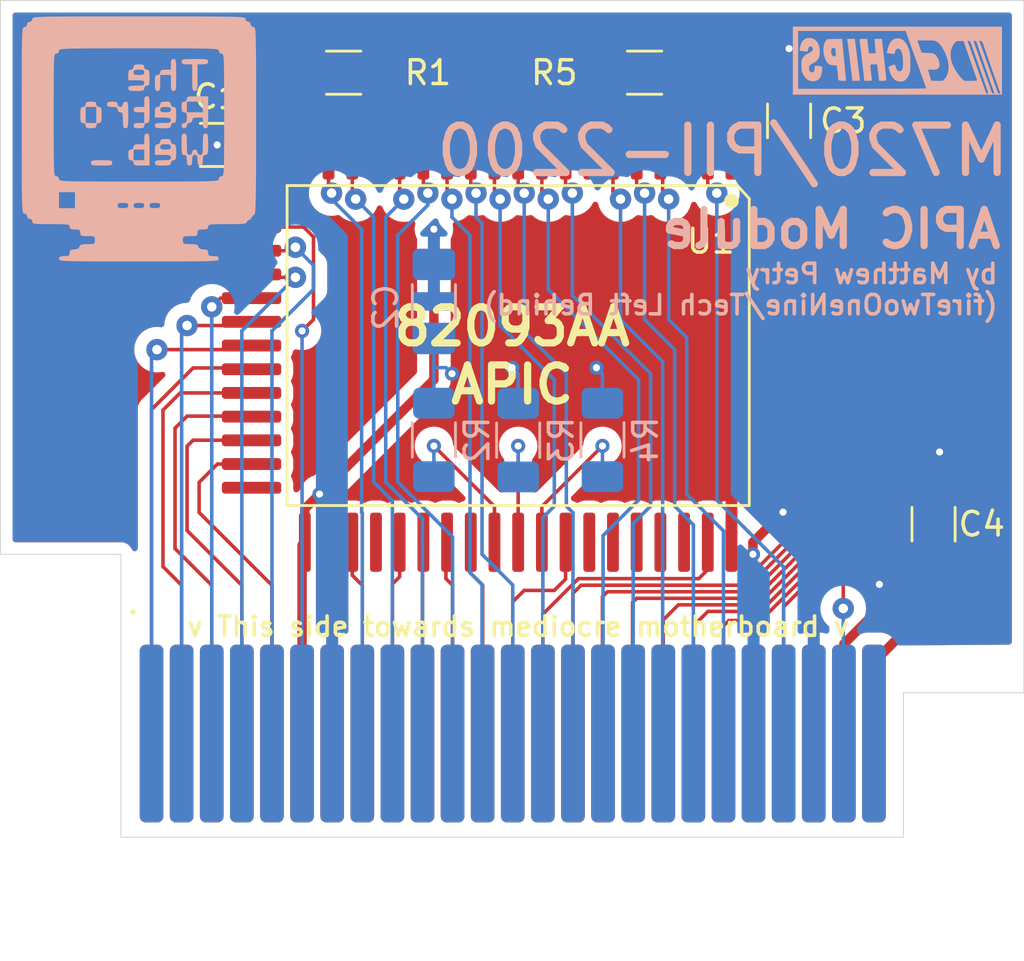
<source format=kicad_pcb>
(kicad_pcb (version 20211014) (generator pcbnew)
  (layers (0 "F.Cu" signal) (31 "B.Cu" signal) (34 "B.Paste" user) (35 "F.Paste" user) (36 "B.SilkS" user "B.Silkscreen") (37 "F.SilkS" user "F.Silkscreen") (38 "B.Mask" user) (39 "F.Mask" user) (44 "Edge.Cuts" user))
  (net 0 "")
  (net 1 "VCC")
  (net 2 "GND")
  (net 3 "/INTIN5")
  (net 4 "/INTIN6")
  (net 5 "/INTIN7")
  (net 6 "/INTIN9")
  (net 7 "/INTIN8")
  (net 8 "/INTIN1")
  (net 9 "/INTIN2")
  (net 10 "/INTIN16")
  (net 11 "/INTIN17")
  (net 12 "/INTIN18")
  (net 13 "/INTIN19")
  (net 14 "/INTIN23")
  (net 15 "/D7")
  (net 16 "/D6")
  (net 17 "/D5")
  (net 18 "/D4")
  (net 19 "/D3")
  (net 20 "/D2")
  (net 21 "/D1")
  (net 22 "/D0")
  (net 23 "/RST")
  (net 24 "/~{CS}")
  (net 26 "/APIC_CLK")
  (net 27 "/PCI_CLK")
  (net 28 "/APIC_D0")
  (net 29 "/APIC_D1")
  (net 30 "/~{SMI_OUT}")
  (net 31 "/~{APIC_ACK2}")
  (net 32 "/~{APIC_REQ}")
  (net 33 "/~{RD}")
  (net 34 "/A0")
  (net 35 "/A1")
  (net 36 "/~{D{slash}I}")
  (net 37 "/INTIN20")
  (net 38 "/INTIN14")
  (net 39 "/INTIN15")
  (net 40 "/INTIN12")
  (net 41 "/INTIN11")
  (net 42 "/INTIN10")
  (net 43 "/INTIN3")
  (net 44 "/INTIN4")
  (net 45 "/INTIN13")
  (net 46 "/INTIN21")
  (net 47 "/INTIN22")
  (net 48 "/~{TEST_IN}")
  (net 49 "/~{APIC_ACK1}")
  (net 50 "/~{WR}")
  (net 51 "/INTIN0")
  (footprint "Capacitor_SMD:C_1206_3216Metric_Pad1.33x1.80mm_HandSolder" (layer "F.Cu") (at 105.41 60.706 180)
    (fp_text reference "C1" (at 0 2.032) (layer "F.SilkS"))
    (fp_text value "100n")
    (pad "1" smd roundrect (at -1.5625 0 180) (size 1.325 1.8) (layers "F.Cu" "F.Paste" "F.Mask") (roundrect_rratio 0.1886792453) (net 1 "VCC"))
    (pad "2" smd roundrect (at 1.5625 0 180) (size 1.325 1.8) (layers "F.Cu" "F.Paste" "F.Mask") (roundrect_rratio 0.1886792453) (net 2 "GND"))
  )
  (footprint "Capacitor_SMD:C_1206_3216Metric_Pad1.33x1.80mm_HandSolder" (layer "F.Cu") (at 129.54 59.69 90)
    (fp_text reference "C3" (at 0 2.286 180) (layer "F.SilkS"))
    (fp_text value "100n")
    (pad "1" smd roundrect (at -1.5625 0 90) (size 1.325 1.8) (layers "F.Cu" "F.Paste" "F.Mask") (roundrect_rratio 0.1886792453) (net 1 "VCC"))
    (pad "2" smd roundrect (at 1.5625 0 90) (size 1.325 1.8) (layers "F.Cu" "F.Paste" "F.Mask") (roundrect_rratio 0.1886792453) (net 2 "GND"))
  )
  (footprint "Capacitor_SMD:C_1206_3216Metric_Pad1.33x1.80mm_HandSolder" (layer "F.Cu") (at 135.636 76.708 90)
    (fp_text reference "C4" (at 0 2.032 180) (layer "F.SilkS"))
    (fp_text value "100n")
    (pad "1" smd roundrect (at -1.5625 0 90) (size 1.325 1.8) (layers "F.Cu" "F.Paste" "F.Mask") (roundrect_rratio 0.1886792453) (net 1 "VCC"))
    (pad "2" smd roundrect (at 1.5625 0 90) (size 1.325 1.8) (layers "F.Cu" "F.Paste" "F.Mask") (roundrect_rratio 0.1886792453) (net 2 "GND"))
  )
  (footprint "qfp64rect:QFP64-14x20mm" (layer "F.Cu") (at 117.61 80.82)
    (fp_text reference "U1" (at 8.628 -16.05 unlocked) (layer "F.SilkS"))
    (fp_text value "S82093AA")
    (pad "1" smd roundrect (at 9.5 -19.9) (size 0.5 2.5) (layers "F.Cu" "F.Paste" "F.Mask") (net 2 "GND"))
    (pad "2" smd roundrect (at 8.5 -19.9) (size 0.5 2.5) (layers "F.Cu" "F.Paste" "F.Mask") (net 27 "/PCI_CLK"))
    (pad "3" smd roundrect (at 7.5 -19.9) (size 0.5 2.5) (layers "F.Cu" "F.Paste" "F.Mask") (net 48 "/~{TEST_IN}"))
    (pad "4" smd roundrect (at 6.5 -19.9) (size 0.5 2.5) (layers "F.Cu" "F.Paste" "F.Mask") (net 28 "/APIC_D0"))
    (pad "5" smd roundrect (at 5.5 -19.9) (size 0.5 2.5) (layers "F.Cu" "F.Paste" "F.Mask") (net 29 "/APIC_D1"))
    (pad "6" smd roundrect (at 4.5 -19.9) (size 0.5 2.5) (layers "F.Cu" "F.Paste" "F.Mask") (net 30 "/~{SMI_OUT}"))
    (pad "7" smd roundrect (at 3.5 -19.9) (size 0.5 2.5) (layers "F.Cu" "F.Paste" "F.Mask"))
    (pad "8" smd roundrect (at 2.5 -19.9) (size 0.5 2.5) (layers "F.Cu" "F.Paste" "F.Mask") (net 31 "/~{APIC_ACK2}"))
    (pad "9" smd roundrect (at 1.5 -19.9) (size 0.5 2.5) (layers "F.Cu" "F.Paste" "F.Mask") (net 32 "/~{APIC_REQ}"))
    (pad "10" smd roundrect (at 0.5 -19.9) (size 0.5 2.5) (layers "F.Cu" "F.Paste" "F.Mask") (net 49 "/~{APIC_ACK1}"))
    (pad "11" smd roundrect (at -0.5 -19.9) (size 0.5 2.5) (layers "F.Cu" "F.Paste" "F.Mask") (net 50 "/~{WR}"))
    (pad "12" smd roundrect (at -1.5 -19.9) (size 0.5 2.5) (layers "F.Cu" "F.Paste" "F.Mask") (net 33 "/~{RD}"))
    (pad "13" smd roundrect (at -2.5 -19.9) (size 0.5 2.5) (layers "F.Cu" "F.Paste" "F.Mask") (net 34 "/A0"))
    (pad "14" smd roundrect (at -3.5 -19.9) (size 0.5 2.5) (layers "F.Cu" "F.Paste" "F.Mask") (net 35 "/A1"))
    (pad "15" smd roundrect (at -4.5 -19.9) (size 0.5 2.5) (layers "F.Cu" "F.Paste" "F.Mask") (net 36 "/~{D{slash}I}"))
    (pad "16" smd roundrect (at -5.5 -19.9) (size 0.5 2.5) (layers "F.Cu" "F.Paste" "F.Mask") (net 45 "/INTIN13"))
    (pad "17" smd roundrect (at -6.5 -19.9) (size 0.5 2.5) (layers "F.Cu" "F.Paste" "F.Mask") (net 51 "/INTIN0"))
    (pad "18" smd roundrect (at -7.5 -19.9) (size 0.5 2.5) (layers "F.Cu" "F.Paste" "F.Mask") (net 38 "/INTIN14"))
    (pad "19" smd roundrect (at -8.5 -19.9) (size 0.5 2.5) (layers "F.Cu" "F.Paste" "F.Mask") (net 1 "VCC"))
    (pad "20" smd roundrect (at -10.75 -17.65 90) (size 0.5 2.5) (layers "F.Cu" "F.Paste" "F.Mask"))
    (pad "21" smd roundrect (at -10.75 -16.65 90) (size 0.5 2.5) (layers "F.Cu" "F.Paste" "F.Mask") (net 39 "/INTIN15"))
    (pad "22" smd roundrect (at -10.75 -15.65 90) (size 0.5 2.5) (layers "F.Cu" "F.Paste" "F.Mask") (net 40 "/INTIN12"))
    (pad "23" smd roundrect (at -10.75 -14.65 90) (size 0.5 2.5) (layers "F.Cu" "F.Paste" "F.Mask") (net 41 "/INTIN11"))
    (pad "24" smd roundrect (at -10.75 -13.65 90) (size 0.5 2.5) (layers "F.Cu" "F.Paste" "F.Mask") (net 42 "/INTIN10"))
    (pad "25" smd roundrect (at -10.75 -12.65 90) (size 0.5 2.5) (layers "F.Cu" "F.Paste" "F.Mask") (net 43 "/INTIN3"))
    (pad "26" smd roundrect (at -10.75 -11.65 90) (size 0.5 2.5) (layers "F.Cu" "F.Paste" "F.Mask") (net 44 "/INTIN4"))
    (pad "27" smd roundrect (at -10.75 -10.65 90) (size 0.5 2.5) (layers "F.Cu" "F.Paste" "F.Mask") (net 3 "/INTIN5"))
    (pad "28" smd roundrect (at -10.75 -9.65 90) (size 0.5 2.5) (layers "F.Cu" "F.Paste" "F.Mask") (net 4 "/INTIN6"))
    (pad "29" smd roundrect (at -10.75 -8.65 90) (size 0.5 2.5) (layers "F.Cu" "F.Paste" "F.Mask") (net 5 "/INTIN7"))
    (pad "30" smd roundrect (at -10.75 -7.65 90) (size 0.5 2.5) (layers "F.Cu" "F.Paste" "F.Mask") (net 6 "/INTIN9"))
    (pad "31" smd roundrect (at -10.75 -6.65 90) (size 0.5 2.5) (layers "F.Cu" "F.Paste" "F.Mask") (net 7 "/INTIN8"))
    (pad "32" smd roundrect (at -10.75 -5.65 90) (size 0.5 2.5) (layers "F.Cu" "F.Paste" "F.Mask"))
    (pad "33" smd roundrect (at -8.5 -3.35 180) (size 0.5 2.5) (layers "F.Cu" "F.Paste" "F.Mask") (net 2 "GND"))
    (pad "34" smd roundrect (at -7.5 -3.35 180) (size 0.5 2.5) (layers "F.Cu" "F.Paste" "F.Mask") (net 8 "/INTIN1"))
    (pad "35" smd roundrect (at -6.5 -3.35 180) (size 0.5 2.5) (layers "F.Cu" "F.Paste" "F.Mask") (net 9 "/INTIN2"))
    (pad "36" smd roundrect (at -5.5 -3.35 180) (size 0.5 2.5) (layers "F.Cu" "F.Paste" "F.Mask"))
    (pad "37" smd roundrect (at -4.5 -3.35 180) (size 0.5 2.5) (layers "F.Cu" "F.Paste" "F.Mask") (net 10 "/INTIN16"))
    (pad "38" smd roundrect (at -3.5 -3.35 180) (size 0.5 2.5) (layers "F.Cu" "F.Paste" "F.Mask") (net 11 "/INTIN17"))
    (pad "39" smd roundrect (at -2.5 -3.35 180) (size 0.5 2.5) (layers "F.Cu" "F.Paste" "F.Mask") (net 12 "/INTIN18"))
    (pad "40" smd roundrect (at -1.5 -3.35 180) (size 0.5 2.5) (layers "F.Cu" "F.Paste" "F.Mask") (net 13 "/INTIN19"))
    (pad "41" smd roundrect (at -0.5 -3.35 180) (size 0.5 2.5) (layers "F.Cu" "F.Paste" "F.Mask") (net 37 "/INTIN20"))
    (pad "42" smd roundrect (at 0.5 -3.35 180) (size 0.5 2.5) (layers "F.Cu" "F.Paste" "F.Mask") (net 46 "/INTIN21"))
    (pad "43" smd roundrect (at 1.5 -3.35 180) (size 0.5 2.5) (layers "F.Cu" "F.Paste" "F.Mask") (net 47 "/INTIN22"))
    (pad "44" smd roundrect (at 2.5 -3.35 180) (size 0.5 2.5) (layers "F.Cu" "F.Paste" "F.Mask") (net 14 "/INTIN23"))
    (pad "45" smd roundrect (at 3.5 -3.35 180) (size 0.5 2.5) (layers "F.Cu" "F.Paste" "F.Mask"))
    (pad "46" smd roundrect (at 4.5 -3.35 180) (size 0.5 2.5) (layers "F.Cu" "F.Paste" "F.Mask"))
    (pad "47" smd roundrect (at 5.5 -3.35 180) (size 0.5 2.5) (layers "F.Cu" "F.Paste" "F.Mask"))
    (pad "48" smd roundrect (at 6.5 -3.35 180) (size 0.5 2.5) (layers "F.Cu" "F.Paste" "F.Mask"))
    (pad "49" smd roundrect (at 7.5 -3.35 180) (size 0.5 2.5) (layers "F.Cu" "F.Paste" "F.Mask"))
    (pad "50" smd roundrect (at 8.5 -3.35 180) (size 0.5 2.5) (layers "F.Cu" "F.Paste" "F.Mask") (net 15 "/D7"))
    (pad "51" smd roundrect (at 9.5 -3.35 180) (size 0.5 2.5) (layers "F.Cu" "F.Paste" "F.Mask") (net 1 "VCC"))
    (pad "52" smd roundrect (at 11.75 -5.6 270) (size 0.5 2.5) (layers "F.Cu" "F.Paste" "F.Mask") (net 2 "GND"))
    (pad "53" smd roundrect (at 11.75 -6.6 270) (size 0.5 2.5) (layers "F.Cu" "F.Paste" "F.Mask") (net 16 "/D6"))
    (pad "54" smd roundrect (at 11.75 -7.6 270) (size 0.5 2.5) (layers "F.Cu" "F.Paste" "F.Mask") (net 17 "/D5"))
    (pad "55" smd roundrect (at 11.75 -8.6 270) (size 0.5 2.5) (layers "F.Cu" "F.Paste" "F.Mask") (net 18 "/D4"))
    (pad "56" smd roundrect (at 11.75 -9.6 270) (size 0.5 2.5) (layers "F.Cu" "F.Paste" "F.Mask") (net 19 "/D3"))
    (pad "57" smd roundrect (at 11.75 -10.6 270) (size 0.5 2.5) (layers "F.Cu" "F.Paste" "F.Mask") (net 20 "/D2"))
    (pad "58" smd roundrect (at 11.75 -11.6 270) (size 0.5 2.5) (layers "F.Cu" "F.Paste" "F.Mask") (net 21 "/D1"))
    (pad "59" smd roundrect (at 11.75 -12.6 270) (size 0.5 2.5) (layers "F.Cu" "F.Paste" "F.Mask") (net 22 "/D0"))
    (pad "60" smd roundrect (at 11.75 -13.6 270) (size 0.5 2.5) (layers "F.Cu" "F.Paste" "F.Mask") (net 23 "/RST"))
    (pad "61" smd roundrect (at 11.75 -14.6 270) (size 0.5 2.5) (layers "F.Cu" "F.Paste" "F.Mask") (net 24 "/~{CS}"))
    (pad "62" smd roundrect (at 11.75 -15.6 270) (size 0.5 2.5) (layers "F.Cu" "F.Paste" "F.Mask") (net 26 "/APIC_CLK"))
    (pad "63" smd roundrect (at 11.75 -16.6 270) (size 0.5 2.5) (layers "F.Cu" "F.Paste" "F.Mask"))
    (pad "64" smd roundrect (at 11.75 -17.6 270) (size 0.5 2.5) (layers "F.Cu" "F.Paste" "F.Mask") (net 1 "VCC"))
  )
  (footprint "finger:APIC_module_fingers" (layer "F.Cu") (at 117.882 91.797)
    (fp_text reference "." (at -16.028 -11.787 unlocked) (layer "F.SilkS"))
    (fp_text value "card fingers")
    (pad "1" smd roundrect (at -15.24 -6.255) (size 1 7.5) (layers "F.Cu" "F.Paste" "F.Mask") (net 3 "/INTIN5"))
    (pad "2" smd roundrect (at -13.97 -6.255) (size 1 7.5) (layers "F.Cu" "F.Paste" "F.Mask") (net 4 "/INTIN6"))
    (pad "3" smd roundrect (at -12.7 -6.255) (size 1 7.5) (layers "F.Cu" "F.Paste" "F.Mask") (net 5 "/INTIN7"))
    (pad "4" smd roundrect (at -11.43 -6.255) (size 1 7.5) (layers "F.Cu" "F.Paste" "F.Mask") (net 6 "/INTIN9"))
    (pad "5" smd roundrect (at -10.16 -6.255) (size 1 7.5) (layers "F.Cu" "F.Paste" "F.Mask") (net 7 "/INTIN8"))
    (pad "6" smd roundrect (at -8.89 -6.255) (size 1 7.5) (layers "F.Cu" "F.Paste" "F.Mask") (net 2 "GND"))
    (pad "7" smd roundrect (at -7.62 -6.255) (size 1 7.5) (layers "F.Cu" "F.Paste" "F.Mask") (net 8 "/INTIN1"))
    (pad "8" smd roundrect (at -6.35 -6.255) (size 1 7.5) (layers "F.Cu" "F.Paste" "F.Mask") (net 9 "/INTIN2"))
    (pad "9" smd roundrect (at -5.08 -6.255) (size 1 7.5) (layers "F.Cu" "F.Paste" "F.Mask") (net 10 "/INTIN16"))
    (pad "10" smd roundrect (at -3.81 -6.255) (size 1 7.5) (layers "F.Cu" "F.Paste" "F.Mask") (net 11 "/INTIN17"))
    (pad "11" smd roundrect (at -2.54 -6.255) (size 1 7.5) (layers "F.Cu" "F.Paste" "F.Mask") (net 12 "/INTIN18"))
    (pad "12" smd roundrect (at -1.27 -6.255) (size 1 7.5) (layers "F.Cu" "F.Paste" "F.Mask") (net 13 "/INTIN19"))
    (pad "13" smd roundrect (at 0 -6.255) (size 1 7.5) (layers "F.Cu" "F.Paste" "F.Mask") (net 14 "/INTIN23"))
    (pad "14" smd roundrect (at 1.27 -6.255) (size 1 7.5) (layers "F.Cu" "F.Paste" "F.Mask") (net 15 "/D7"))
    (pad "15" smd roundrect (at 2.54 -6.255) (size 1 7.5) (layers "F.Cu" "F.Paste" "F.Mask") (net 16 "/D6"))
    (pad "16" smd roundrect (at 3.81 -6.255) (size 1 7.5) (layers "F.Cu" "F.Paste" "F.Mask") (net 17 "/D5"))
    (pad "17" smd roundrect (at 5.08 -6.255) (size 1 7.5) (layers "F.Cu" "F.Paste" "F.Mask") (net 18 "/D4"))
    (pad "18" smd roundrect (at 6.35 -6.255) (size 1 7.5) (layers "F.Cu" "F.Paste" "F.Mask") (net 19 "/D3"))
    (pad "19" smd roundrect (at 7.62 -6.255) (size 1 7.5) (layers "F.Cu" "F.Paste" "F.Mask") (net 20 "/D2"))
    (pad "20" smd roundrect (at 8.89 -6.255) (size 1 7.5) (layers "F.Cu" "F.Paste" "F.Mask") (net 21 "/D1"))
    (pad "21" smd roundrect (at 10.16 -6.255) (size 1 7.5) (layers "F.Cu" "F.Paste" "F.Mask") (net 22 "/D0"))
    (pad "22" smd roundrect (at 11.43 -6.255) (size 1 7.5) (layers "F.Cu" "F.Paste" "F.Mask") (net 23 "/RST"))
    (pad "23" smd roundrect (at 12.7 -6.255) (size 1 7.5) (layers "F.Cu" "F.Paste" "F.Mask") (net 24 "/~{CS}"))
    (pad "24" smd roundrect (at 13.97 -6.255) (size 1 7.5) (layers "F.Cu" "F.Paste" "F.Mask") (net 2 "GND"))
    (pad "25" smd roundrect (at 15.24 -6.255) (size 1 7.5) (layers "F.Cu" "F.Paste" "F.Mask") (net 1 "VCC"))
    (pad "26" smd roundrect (at 15.24 -6.255) (size 1 7.5) (layers "B.Cu" "B.Paste" "B.Mask"))
    (pad "27" smd roundrect (at 13.97 -6.255) (size 1 7.5) (layers "B.Cu" "B.Paste" "B.Mask") (net 26 "/APIC_CLK"))
    (pad "28" smd roundrect (at 12.7 -6.255) (size 1 7.5) (layers "B.Cu" "B.Paste" "B.Mask") (net 2 "GND"))
    (pad "29" smd roundrect (at 11.43 -6.255) (size 1 7.5) (layers "B.Cu" "B.Paste" "B.Mask") (net 27 "/PCI_CLK"))
    (pad "30" smd roundrect (at 10.16 -6.255) (size 1 7.5) (layers "B.Cu" "B.Paste" "B.Mask") (net 2 "GND"))
    (pad "31" smd roundrect (at 8.89 -6.255) (size 1 7.5) (layers "B.Cu" "B.Paste" "B.Mask") (net 28 "/APIC_D0"))
    (pad "32" smd roundrect (at 7.62 -6.255) (size 1 7.5) (layers "B.Cu" "B.Paste" "B.Mask") (net 29 "/APIC_D1"))
    (pad "33" smd roundrect (at 6.35 -6.255) (size 1 7.5) (layers "B.Cu" "B.Paste" "B.Mask") (net 30 "/~{SMI_OUT}"))
    (pad "34" smd roundrect (at 5.08 -6.255) (size 1 7.5) (layers "B.Cu" "B.Paste" "B.Mask") (net 31 "/~{APIC_ACK2}"))
    (pad "35" smd roundrect (at 3.81 -6.255) (size 1 7.5) (layers "B.Cu" "B.Paste" "B.Mask") (net 32 "/~{APIC_REQ}"))
    (pad "36" smd roundrect (at 2.54 -6.255) (size 1 7.5) (layers "B.Cu" "B.Paste" "B.Mask") (net 49 "/~{APIC_ACK1}"))
    (pad "37" smd roundrect (at 1.27 -6.255) (size 1 7.5) (layers "B.Cu" "B.Paste" "B.Mask") (net 50 "/~{WR}"))
    (pad "38" smd roundrect (at 0 -6.255) (size 1 7.5) (layers "B.Cu" "B.Paste" "B.Mask") (net 33 "/~{RD}"))
    (pad "39" smd roundrect (at -1.27 -6.255) (size 1 7.5) (layers "B.Cu" "B.Paste" "B.Mask") (net 34 "/A0"))
    (pad "40" smd roundrect (at -2.54 -6.255) (size 1 7.5) (layers "B.Cu" "B.Paste" "B.Mask") (net 35 "/A1"))
    (pad "41" smd roundrect (at -3.81 -6.255) (size 1 7.5) (layers "B.Cu" "B.Paste" "B.Mask") (net 36 "/~{D{slash}I}"))
    (pad "42" smd roundrect (at -5.08 -6.255) (size 1 7.5) (layers "B.Cu" "B.Paste" "B.Mask") (net 51 "/INTIN0"))
    (pad "43" smd roundrect (at -6.35 -6.255) (size 1 7.5) (layers "B.Cu" "B.Paste" "B.Mask") (net 38 "/INTIN14"))
    (pad "44" smd roundrect (at -7.62 -6.255) (size 1 7.5) (layers "B.Cu" "B.Paste" "B.Mask") (net 2 "GND"))
    (pad "45" smd roundrect (at -8.89 -6.255) (size 1 7.5) (layers "B.Cu" "B.Paste" "B.Mask") (net 39 "/INTIN15"))
    (pad "46" smd roundrect (at -10.16 -6.255) (size 1 7.5) (layers "B.Cu" "B.Paste" "B.Mask") (net 40 "/INTIN12"))
    (pad "47" smd roundrect (at -11.43 -6.255) (size 1 7.5) (layers "B.Cu" "B.Paste" "B.Mask") (net 41 "/INTIN11"))
    (pad "48" smd roundrect (at -12.7 -6.255) (size 1 7.5) (layers "B.Cu" "B.Paste" "B.Mask") (net 42 "/INTIN10"))
    (pad "49" smd roundrect (at -13.97 -6.255) (size 1 7.5) (layers "B.Cu" "B.Paste" "B.Mask") (net 43 "/INTIN3"))
    (pad "50" smd roundrect (at -15.24 -6.255) (size 1 7.5) (layers "B.Cu" "B.Paste" "B.Mask") (net 44 "/INTIN4"))
  )
  (footprint "Resistor_SMD:R_1206_3216Metric_Pad1.30x1.75mm_HandSolder" (layer "F.Cu") (at 110.744 57.658 180)
    (fp_text reference "R1" (at -3.556 0) (layer "F.SilkS"))
    (fp_text value "4.7k")
    (pad "1" smd roundrect (at -1.55 0 180) (size 1.3 1.75) (layers "F.Cu" "F.Paste" "F.Mask") (roundrect_rratio 0.1923076923) (net 45 "/INTIN13"))
    (pad "2" smd roundrect (at 1.55 0 180) (size 1.3 1.75) (layers "F.Cu" "F.Paste" "F.Mask") (roundrect_rratio 0.1923076923) (net 1 "VCC"))
  )
  (footprint "Resistor_SMD:R_1206_3216Metric_Pad1.30x1.75mm_HandSolder" (layer "F.Cu") (at 123.444 57.658 180)
    (fp_text reference "R5" (at 3.81 0) (layer "F.SilkS"))
    (fp_text value "4.7k")
    (pad "1" smd roundrect (at -1.55 0 180) (size 1.3 1.75) (layers "F.Cu" "F.Paste" "F.Mask") (roundrect_rratio 0.1923076923) (net 48 "/~{TEST_IN}"))
    (pad "2" smd roundrect (at 1.55 0 180) (size 1.3 1.75) (layers "F.Cu" "F.Paste" "F.Mask") (roundrect_rratio 0.1923076923) (net 1 "VCC"))
  )
  (footprint "Capacitor_SMD:C_1206_3216Metric_Pad1.33x1.80mm_HandSolder" (layer "B.Cu") (at 114.554 67.31 90)
    (fp_text reference "C2" (at -0.254 -2.032 90) (layer "B.SilkS") (effects (justify mirror)))
    (fp_text value "100n")
    (pad "1" smd roundrect (at -1.5625 0 90) (size 1.325 1.8) (layers "B.Cu" "B.Paste" "B.Mask") (roundrect_rratio 0.1886792453) (net 1 "VCC"))
    (pad "2" smd roundrect (at 1.5625 0 90) (size 1.325 1.8) (layers "B.Cu" "B.Paste" "B.Mask") (roundrect_rratio 0.1886792453) (net 2 "GND"))
  )
  (footprint "qfp64rect:pcchips" (layer "B.Cu") (at 134.112 57.15 180)
    (fp_text reference "." (at -2.286 -0.508) (layer "B.SilkS") (effects (font (size 1.524 1.524) (thickness 0.3)) (justify mirror)))
    (fp_text value "LOGO" hide)
  )
  (footprint "Resistor_SMD:R_1206_3216Metric_Pad1.30x1.75mm_HandSolder" (layer "B.Cu") (at 118.11 73.164 90)
    (fp_text reference "R3" (at 0 1.82 90) (layer "B.SilkS") (effects (justify mirror)))
    (fp_text value "4.7k")
    (pad "1" smd roundrect (at -1.55 0 90) (size 1.3 1.75) (layers "B.Cu" "B.Paste" "B.Mask") (roundrect_rratio 0.1923076923) (net 46 "/INTIN21"))
    (pad "2" smd roundrect (at 1.55 0 90) (size 1.3 1.75) (layers "B.Cu" "B.Paste" "B.Mask") (roundrect_rratio 0.1923076923) (net 1 "VCC"))
  )
  (footprint "qfp64rect:TRW_logo" (layer "B.Cu") (at 102.108 60.452 180)
    (fp_text reference "." (at -2.54 -2.794) (layer "B.SilkS") (effects (font (size 1.524 1.524) (thickness 0.3)) (justify mirror)))
    (fp_text value "LOGO" hide)
  )
  (footprint "Resistor_SMD:R_1206_3216Metric_Pad1.30x1.75mm_HandSolder" (layer "B.Cu") (at 121.666 73.152 90)
    (fp_text reference "R4" (at 0 1.82 90) (layer "B.SilkS") (effects (justify mirror)))
    (fp_text value "4.7k")
    (pad "1" smd roundrect (at -1.55 0 90) (size 1.3 1.75) (layers "B.Cu" "B.Paste" "B.Mask") (roundrect_rratio 0.1923076923) (net 47 "/INTIN22"))
    (pad "2" smd roundrect (at 1.55 0 90) (size 1.3 1.75) (layers "B.Cu" "B.Paste" "B.Mask") (roundrect_rratio 0.1923076923) (net 1 "VCC"))
  )
  (footprint "Resistor_SMD:R_1206_3216Metric_Pad1.30x1.75mm_HandSolder" (layer "B.Cu") (at 114.554 73.152 90)
    (fp_text reference "R2" (at 0 1.82 90) (layer "B.SilkS") (effects (justify mirror)))
    (fp_text value "4.7k")
    (pad "1" smd roundrect (at -1.55 0 90) (size 1.3 1.75) (layers "B.Cu" "B.Paste" "B.Mask") (roundrect_rratio 0.1923076923) (net 37 "/INTIN20"))
    (pad "2" smd roundrect (at 1.55 0 90) (size 1.3 1.75) (layers "B.Cu" "B.Paste" "B.Mask") (roundrect_rratio 0.1923076923) (net 1 "VCC"))
  )
  (gr_line (start 139.446 83.82) (end 139.446 54.61) (layer "Edge.Cuts") (width 0.0381))
  (gr_line (start 134.366 89.916) (end 134.366 83.82) (layer "Edge.Cuts") (width 0.0381))
  (gr_line (start 139.446 54.61) (end 96.266 54.61) (layer "Edge.Cuts") (width 0.0381))
  (gr_line (start 96.266 77.978) (end 96.266 54.61) (layer "Edge.Cuts") (width 0.0381))
  (gr_line (start 101.346 89.916) (end 134.366 89.916) (layer "Edge.Cuts") (width 0.0381))
  (gr_line (start 101.346 77.978) (end 96.266 77.978) (layer "Edge.Cuts") (width 0.0381))
  (gr_line (start 101.346 89.916) (end 101.346 77.978) (layer "Edge.Cuts") (width 0.0381))
  (gr_line (start 134.366 83.82) (end 139.446 83.82) (layer "Edge.Cuts") (width 0.0381))
  (gr_text "by Matthew Petry\n(fireTwoOneNine/Tech Left Behind)" (at 138.43 66.802) (layer "B.SilkS") (effects (font (size 0.818 0.818) (thickness 0.1524)) (justify left mirror)))
  (gr_text "M720/PII-2200" (at 126.746 60.96) (layer "B.SilkS") (effects (font (size 2 2) (thickness 0.3048)) (justify mirror)))
  (gr_text "APIC Module" (at 131.318 64.262) (layer "B.SilkS") (effects (font (size 1.524 1.524) (thickness 0.3048)) (justify mirror)))
  (gr_text "v This side towards mediocre motherboard v" (at 118.11 81.026) (layer "F.SilkS") (effects (font (size 0.818 0.818) (thickness 0.1524))))
  (gr_text "82093AA\nAPIC" (at 117.856 69.596) (layer "F.SilkS") (effects (font (size 1.524 1.524) (thickness 0.3048))))
  (segment (start 108.896 60.706) (end 109.11 60.92) (width 0.15) (layer "F.Cu") (net 1))
  (segment (start 106.9725 60.706) (end 108.896 60.706) (width 0.4) (layer "F.Cu") (net 1))
  (segment (start 135.636 80.01) (end 135.636 78.2705) (width 0.4) (layer "F.Cu") (net 1))
  (segment (start 133.122 82.524) (end 135.636 80.01) (width 0.4) (layer "F.Cu") (net 1))
  (segment (start 133.122 85.542) (end 133.122 82.524) (width 0.15) (layer "F.Cu") (net 1))
  (via (at 117.856 70.104) (size 0.6) (drill 0.3) (layers "F.Cu" "B.Cu") (net 1))
  (via (at 115.316 70.358) (size 0.6) (drill 0.3) (layers "F.Cu" "B.Cu") (net 1))
  (via (at 121.412 70.104) (size 0.6) (drill 0.3) (layers "F.Cu" "B.Cu") (net 1))
  (segment (start 114.554 71.602) (end 114.554 70.104) (width 0.15) (layer "B.Cu") (net 1))
  (segment (start 114.554 70.104) (end 114.554 68.8725) (width 0.15) (layer "B.Cu") (net 1))
  (segment (start 118.11 71.614) (end 118.11 70.358) (width 0.15) (layer "B.Cu") (net 1))
  (segment (start 115.062 70.104) (end 115.316 70.358) (width 0.15) (layer "B.Cu") (net 1))
  (segment (start 118.11 70.358) (end 117.856 70.104) (width 0.15) (layer "B.Cu") (net 1))
  (segment (start 114.554 70.104) (end 115.062 70.104) (width 0.15) (layer "B.Cu") (net 1))
  (segment (start 121.666 70.358) (end 121.412 70.104) (width 0.15) (layer "B.Cu") (net 1))
  (segment (start 121.666 71.602) (end 121.666 70.358) (width 0.15) (layer "B.Cu") (net 1))
  (segment (start 127.11 60.5575) (end 127.11 60.92) (width 0.15) (layer "F.Cu") (net 2))
  (segment (start 114.554 64.262) (end 114.554 70.612) (width 0.4) (layer "F.Cu") (net 2))
  (segment (start 109.11 76.056) (end 109.728 75.438) (width 0.4) (layer "F.Cu") (net 2))
  (segment (start 131.852 85.542) (end 131.852 81.762) (width 0.15) (layer "F.Cu") (net 2))
  (segment (start 129.36 75.22) (end 129.36 76.126) (width 0.4) (layer "F.Cu") (net 2))
  (segment (start 108.992 77.588) (end 109.11 77.47) (width 0.15) (layer "F.Cu") (net 2))
  (segment (start 105.41 60.706) (end 103.8475 60.706) (width 0.4) (layer "F.Cu") (net 2))
  (segment (start 133.35 80.264) (end 133.35 79.248) (width 0.4) (layer "F.Cu") (net 2))
  (segment (start 128.016 77.47) (end 129.286 76.2) (width 0.4) (layer "F.Cu") (net 2))
  (segment (start 129.36 76.126) (end 129.286 76.2) (width 0.15) (layer "F.Cu") (net 2))
  (segment (start 114.554 70.612) (end 109.728 75.438) (width 0.4) (layer "F.Cu") (net 2))
  (segment (start 108.992 85.542) (end 108.992 77.588) (width 0.4) (layer "F.Cu") (net 2))
  (segment (start 135.636 73.914) (end 135.89 73.66) (width 0.4) (layer "F.Cu") (net 2))
  (segment (start 131.852 81.762) (end 133.35 80.264) (width 0.4) (layer "F.Cu") (net 2))
  (segment (start 135.636 75.1455) (end 135.636 73.914) (width 0.4) (layer "F.Cu") (net 2))
  (segment (start 128.016 77.978) (end 128.016 77.47) (width 0.4) (layer "F.Cu") (net 2))
  (segment (start 109.11 77.47) (end 109.11 76.056) (width 0.4) (layer "F.Cu") (net 2))
  (segment (start 129.54 58.1275) (end 127.11 60.5575) (width 0.4) (layer "F.Cu") (net 2))
  (segment (start 129.54 58.1275) (end 129.54 56.642) (width 0.4) (layer "F.Cu") (net 2))
  (via (at 135.89 73.66) (size 0.6) (drill 0.3) (layers "F.Cu" "B.Cu") (net 2))
  (via (at 109.728 75.438) (size 0.6) (drill 0.3) (layers "F.Cu" "B.Cu") (net 2))
  (via (at 128.016 77.978) (size 0.6) (drill 0.3) (layers "F.Cu" "B.Cu") (net 2))
  (via (at 133.35 79.248) (size 0.6) (drill 0.3) (layers "F.Cu" "B.Cu") (net 2))
  (via (at 129.286 76.2) (size 0.6) (drill 0.3) (layers "F.Cu" "B.Cu") (net 2))
  (via (at 114.554 64.262) (size 0.6) (drill 0.3) (layers "F.Cu" "B.Cu") (net 2))
  (via (at 105.41 60.706) (size 0.6) (drill 0.3) (layers "F.Cu" "B.Cu") (net 2))
  (via (at 129.54 56.642) (size 0.6) (drill 0.3) (layers "F.Cu" "B.Cu") (net 2))
  (segment (start 106.806 70.116) (end 106.86 70.17) (width 0.15) (layer "F.Cu") (net 3))
  (segment (start 102.642 71.868) (end 104.394 70.116) (width 0.15) (layer "F.Cu") (net 3))
  (segment (start 102.642 85.542) (end 102.642 71.868) (width 0.15) (layer "F.Cu") (net 3))
  (segment (start 104.394 70.116) (end 106.806 70.116) (width 0.15) (layer "F.Cu") (net 3))
  (segment (start 103.848 71.17) (end 106.86 71.17) (width 0.15) (layer "F.Cu") (net 4))
  (segment (start 103.124 71.894) (end 103.848 71.17) (width 0.15) (layer "F.Cu") (net 4))
  (segment (start 103.912 79.286) (end 103.124 78.498) (width 0.15) (layer "F.Cu") (net 4))
  (segment (start 103.912 85.542) (end 103.912 79.286) (width 0.15) (layer "F.Cu") (net 4))
  (segment (start 103.124 78.498) (end 103.124 71.894) (width 0.15) (layer "F.Cu") (net 4))
  (segment (start 103.632 72.656) (end 104.14 72.148) (width 0.15) (layer "F.Cu") (net 5))
  (segment (start 104.14 72.148) (end 106.838 72.148) (width 0.15) (layer "F.Cu") (net 5))
  (segment (start 105.182 85.542) (end 105.182 79.286) (width 0.15) (layer "F.Cu") (net 5))
  (segment (start 103.632 77.736) (end 103.632 72.656) (width 0.15) (layer "F.Cu") (net 5))
  (segment (start 105.182 79.286) (end 103.632 77.736) (width 0.15) (layer "F.Cu") (net 5))
  (segment (start 106.838 72.148) (end 106.86 72.17) (width 0.15) (layer "F.Cu") (net 5))
  (segment (start 106.854 73.164) (end 106.86 73.17) (width 0.15) (layer "F.Cu") (net 6))
  (segment (start 104.14 73.418) (end 104.394 73.164) (width 0.15) (layer "F.Cu") (net 6))
  (segment (start 106.452 85.542) (end 106.452 79.286) (width 0.15) (layer "F.Cu") (net 6))
  (segment (start 104.394 73.164) (end 106.854 73.164) (width 0.15) (layer "F.Cu") (net 6))
  (segment (start 106.452 79.286) (end 104.14 76.974) (width 0.15) (layer "F.Cu") (net 6))
  (segment (start 104.14 76.974) (end 104.14 73.418) (width 0.15) (layer "F.Cu") (net 6))
  (segment (start 107.722 85.542) (end 107.722 79.286) (width 0.15) (layer "F.Cu") (net 7))
  (segment (start 107.722 79.286) (end 104.648 76.212) (width 0.15) (layer "F.Cu") (net 7))
  (segment (start 104.648 76.212) (end 104.648 74.942) (width 0.15) (layer "F.Cu") (net 7))
  (segment (start 104.648 74.942) (end 105.42 74.17) (width 0.15) (layer "F.Cu") (net 7))
  (segment (start 105.42 74.17) (end 106.86 74.17) (width 0.15) (layer "F.Cu") (net 7))
  (segment (start 110.262 85.542) (end 110.262 78.626) (width 0.15) (layer "F.Cu") (net 8))
  (segment (start 111.11 78.864) (end 111.11 77.47) (width 0.15) (layer "F.Cu") (net 9))
  (segment (start 111.532 79.286) (end 111.11 78.864) (width 0.15) (layer "F.Cu") (net 9))
  (segment (start 111.532 85.542) (end 111.532 79.286) (width 0.15) (layer "F.Cu") (net 9))
  (segment (start 112.802 79.234) (end 113.11 78.926) (width 0.15) (layer "F.Cu") (net 10))
  (segment (start 113.11 78.926) (end 113.11 77.47) (width 0.15) (layer "F.Cu") (net 10))
  (segment (start 112.802 85.542) (end 112.802 79.234) (width 0.15) (layer "F.Cu") (net 10))
  (segment (start 114.072 85.542) (end 114.072 78.512) (width 0.15) (layer "F.Cu") (net 11))
  (segment (start 115.342 79.286) (end 115.062 79.006) (width 0.15) (layer "F.Cu") (net 12))
  (segment (start 115.342 85.542) (end 115.342 79.286) (width 0.15) (layer "F.Cu") (net 12))
  (segment (start 115.062 77.518) (end 115.11 77.47) (width 0.15) (layer "F.Cu") (net 12))
  (segment (start 115.062 79.006) (end 115.062 77.518) (width 0.15) (layer "F.Cu") (net 12))
  (segment (start 116.078 78.752) (end 116.078 77.502) (width 0.15) (layer "F.Cu") (net 13))
  (segment (start 116.078 77.502) (end 116.11 77.47) (width 0.15) (layer "F.Cu") (net 13))
  (segment (start 116.612 79.286) (end 116.078 78.752) (width 0.15) (layer "F.Cu") (net 13))
  (segment (start 116.612 85.542) (end 116.612 79.286) (width 0.15) (layer "F.Cu") (net 13))
  (segment (start 119.634 79.502) (end 118.364 79.502) (width 0.15) (layer "F.Cu") (net 14))
  (segment (start 120.11 79.026) (end 119.634 79.502) (width 0.15) (layer "F.Cu") (net 14))
  (segment (start 118.364 79.502) (end 117.882 79.984) (width 0.15) (layer "F.Cu") (net 14))
  (segment (start 120.11 77.47) (end 120.11 79.026) (width 0.15) (layer "F.Cu") (net 14))
  (segment (start 117.882 79.984) (end 117.882 85.542) (width 0.15) (layer "F.Cu") (net 14))
  (segment (start 125.73 79.006) (end 120.65 79.006) (width 0.15) (layer "F.Cu") (net 15))
  (segment (start 119.152 80.504) (end 119.152 85.542) (width 0.15) (layer "F.Cu") (net 15))
  (segment (start 120.65 79.006) (end 119.152 80.504) (width 0.15) (layer "F.Cu") (net 15))
  (segment (start 126.11 78.626) (end 125.73 79.006) (width 0.15) (layer "F.Cu") (net 15))
  (segment (start 126.11 77.47) (end 126.11 78.626) (width 0.15) (layer "F.Cu") (net 15))
  (segment (start 129.36 74.22) (end 130.596 74.22) (width 0.15) (layer "F.Cu") (net 16))
  (segment (start 120.764538 79.28252) (end 120.422 79.625058) (width 0.15) (layer "F.Cu") (net 16))
  (segment (start 120.422 79.625058) (end 120.422 85.542) (width 0.15) (layer "F.Cu") (net 16))
  (segment (start 127.48548 79.28252) (end 120.764538 79.28252) (width 0.15) (layer "F.Cu") (net 16))
  (segment (start 131.064 74.688) (end 131.064 75.704) (width 0.15) (layer "F.Cu") (net 16))
  (segment (start 131.064 75.704) (end 127.48548 79.28252) (width 0.15) (layer "F.Cu") (net 16))
  (segment (start 130.596 74.22) (end 131.064 74.688) (width 0.15) (layer "F.Cu") (net 16))
  (segment (start 121.666 79.768) (end 121.87496 79.55904) (width 0.15) (layer "F.Cu") (net 17))
  (segment (start 121.666 85.516) (end 121.666 79.768) (width 0.15) (layer "F.Cu") (net 17))
  (segment (start 131.34052 75.818538) (end 131.34052 73.68252) (width 0.15) (layer "F.Cu") (net 17))
  (segment (start 127.600018 79.55904) (end 131.34052 75.818538) (width 0.15) (layer "F.Cu") (net 17))
  (segment (start 121.692 85.542) (end 121.666 85.516) (width 0.15) (layer "F.Cu") (net 17))
  (segment (start 131.34052 73.69452) (end 131.185 73.539) (width 0.15) (layer "F.Cu") (net 17))
  (segment (start 131.34052 73.68252) (end 131.197 73.539) (width 0.15) (layer "F.Cu") (net 17))
  (segment (start 131.197 73.539) (end 131.185 73.539) (width 0.15) (layer "F.Cu") (net 17))
  (segment (start 131.185 73.539) (end 130.866 73.22) (width 0.15) (layer "F.Cu") (net 17))
  (segment (start 130.866 73.22) (end 129.36 73.22) (width 0.15) (layer "F.Cu") (net 17))
  (segment (start 121.87496 79.55904) (end 127.600018 79.55904) (width 0.15) (layer "F.Cu") (net 17))
  (segment (start 122.936 82.397455) (end 122.936 80.01) (width 0.15) (layer "F.Cu") (net 18))
  (segment (start 122.962 85.542) (end 122.962 82.423455) (width 0.15) (layer "F.Cu") (net 18))
  (segment (start 122.962 82.423455) (end 122.936 82.397455) (width 0.15) (layer "F.Cu") (net 18))
  (segment (start 131.61704 72.94304) (end 130.894 72.22) (width 0.15) (layer "F.Cu") (net 18))
  (segment (start 123.11044 79.83556) (end 127.714556 79.83556) (width 0.15) (layer "F.Cu") (net 18))
  (segment (start 131.61704 75.933076) (end 131.61704 72.94304) (width 0.15) (layer "F.Cu") (net 18))
  (segment (start 127.714556 79.83556) (end 131.61704 75.933076) (width 0.15) (layer "F.Cu") (net 18))
  (segment (start 130.894 72.22) (end 129.36 72.22) (width 0.15) (layer "F.Cu") (net 18))
  (segment (start 122.936 80.01) (end 123.11044 79.83556) (width 0.15) (layer "F.Cu") (net 18))
  (segment (start 131.89356 76.047614) (end 131.89356 72.20356) (width 0.15) (layer "F.Cu") (net 19))
  (segment (start 131.89356 72.20356) (end 130.91 71.22) (width 0.15) (layer "F.Cu") (net 19))
  (segment (start 124.232 80.746) (end 124.86592 80.11208) (width 0.15) (layer "F.Cu") (net 19))
  (segment (start 127.829094 80.11208) (end 131.89356 76.047614) (width 0.15) (layer "F.Cu") (net 19))
  (segment (start 124.86592 80.11208) (end 127.829094 80.11208) (width 0.15) (layer "F.Cu") (net 19))
  (segment (start 130.91 71.22) (end 129.36 71.22) (width 0.15) (layer "F.Cu") (net 19))
  (segment (start 124.232 85.542) (end 124.232 80.746) (width 0.15) (layer "F.Cu") (net 19))
  (segment (start 132.17008 71.46408) (end 130.926 70.22) (width 0.15) (layer "F.Cu") (net 20))
  (segment (start 130.926 70.22) (end 129.36 70.22) (width 0.15) (layer "F.Cu") (net 20))
  (segment (start 132.17008 76.162152) (end 132.17008 71.46408) (width 0.15) (layer "F.Cu") (net 20))
  (segment (start 125.502 81) (end 126.1134 80.3886) (width 0.15) (layer "F.Cu") (net 20))
  (segment (start 126.1134 80.3886) (end 127.943632 80.3886) (width 0.15) (layer "F.Cu") (net 20))
  (segment (start 125.502 85.542) (end 125.502 81) (width 0.15) (layer "F.Cu") (net 20))
  (segment (start 127.943632 80.3886) (end 132.17008 76.162152) (width 0.15) (layer "F.Cu") (net 20))
  (segment (start 130.942 69.22) (end 129.36 69.22) (width 0.15) (layer "F.Cu") (net 21))
  (segment (start 126.772 81) (end 127 80.772) (width 0.15) (layer "F.Cu") (net 21))
  (segment (start 132.4466 70.7246) (end 130.942 69.22) (width 0.15) (layer "F.Cu") (net 21))
  (segment (start 132.4466 76.27669) (end 132.4466 70.7246) (width 0.15) (layer "F.Cu") (net 21))
  (segment (start 126.772 85.542) (end 126.772 81) (width 0.15) (layer "F.Cu") (net 21))
  (segment (start 127.95129 80.772) (end 132.4466 76.27669) (width 0.15) (layer "F.Cu") (net 21))
  (segment (start 127 80.772) (end 127.95129 80.772) (width 0.15) (layer "F.Cu") (net 21))
  (segment (start 132.72312 69.98512) (end 130.958 68.22) (width 0.15) (layer "F.Cu") (net 22))
  (segment (start 132.72312 76.391228) (end 132.72312 69.98512) (width 0.15) (layer "F.Cu") (net 22))
  (segment (start 128.042 81.072348) (end 132.72312 76.391228) (width 0.15) (layer "F.Cu") (net 22))
  (segment (start 130.958 68.22) (end 129.36 68.22) (width 0.15) (layer "F.Cu") (net 22))
  (segment (start 128.042 85.542) (end 128.042 81.072348) (width 0.15) (layer "F.Cu") (net 22))
  (segment (start 129.312 80.193406) (end 132.99964 76.505766) (width 0.15) (layer "F.Cu") (net 23))
  (segment (start 130.974 67.22) (end 129.36 67.22) (width 0.15) (layer "F.Cu") (net 23))
  (segment (start 132.99964 69.24564) (end 130.974 67.22) (width 0.15) (layer "F.Cu") (net 23))
  (segment (start 129.312 85.542) (end 129.312 80.193406) (width 0.15) (layer "F.Cu") (net 23))
  (segment (start 132.99964 76.505766) (end 132.99964 69.24564) (width 0.15) (layer "F.Cu") (net 23))
  (segment (start 130.582 79.314464) (end 133.27616 76.620304) (width 0.15) (layer "F.Cu") (net 24))
  (segment (start 130.99 66.22) (end 129.36 66.22) (width 0.15) (layer "F.Cu") (net 24))
  (segment (start 133.27616 68.50616) (end 130.99 66.22) (width 0.15) (layer "F.Cu") (net 24))
  (segment (start 130.582 85.542) (end 130.582 79.314464) (width 0.15) (layer "F.Cu") (net 24))
  (segment (start 133.27616 76.620304) (end 133.27616 68.50616) (width 0.15) (layer "F.Cu") (net 24))
  (segment (start 131.826 78.486) (end 131.826 80.264) (width 0.15) (layer "F.Cu") (net 26))
  (segment (start 133.604 67.818) (end 133.604 76.708) (width 0.15) (layer "F.Cu") (net 26))
  (segment (start 131.006 65.22) (end 133.604 67.818) (width 0.15) (layer "F.Cu") (net 26))
  (segment (start 133.604 76.708) (end 131.826 78.486) (width 0.15) (layer "F.Cu") (net 26))
  (segment (start 129.36 65.22) (end 131.006 65.22) (width 0.15) (layer "F.Cu") (net 26))
  (via (at 131.826 80.264) (size 0.9) (drill 0.4) (layers "F.Cu" "B.Cu") (net 26))
  (segment (start 131.826 85.516) (end 131.852 85.542) (width 0.15) (layer "B.Cu") (net 26))
  (segment (start 131.826 80.264) (end 131.826 85.516) (width 0.15) (layer "B.Cu") (net 26))
  (segment (start 126.11 60.92) (end 126.11 62.356) (width 0.15) (layer "F.Cu") (net 27))
  (segment (start 126.11 62.356) (end 126.492 62.738) (width 0.15) (layer "F.Cu") (net 27))
  (via (at 126.492 62.738) (size 0.9) (drill 0.4) (layers "F.Cu" "B.Cu") (net 27))
  (segment (start 126.492 75.692) (end 126.746 75.946) (width 0.15) (layer "B.Cu") (net 27))
  (segment (start 129.312 78.512) (end 126.746 75.946) (width 0.15) (layer "B.Cu") (net 27))
  (segment (start 126.492 62.738) (end 126.492 75.692) (width 0.15) (layer "B.Cu") (net 27))
  (segment (start 129.312 85.542) (end 129.312 78.512) (width 0.15) (layer "B.Cu") (net 27))
  (segment (start 124.206 61.016) (end 124.206 62.738) (width 0.15) (layer "F.Cu") (net 28))
  (segment (start 124.11 60.92) (end 124.206 61.016) (width 0.15) (layer "F.Cu") (net 28))
  (segment (start 124.206 62.738) (end 124.46 62.992) (width 0.15) (layer "F.Cu") (net 28))
  (via (at 124.46 62.992) (size 0.9) (drill 0.4) (layers "F.Cu" "B.Cu") (net 28))
  (segment (start 126.772 85.542) (end 126.772 76.988) (width 0.15) (layer "B.Cu") (net 28))
  (segment (start 126.772 76.988) (end 125.222 75.438) (width 0.15) (layer "B.Cu") (net 28))
  (segment (start 125.222 68.834) (end 124.841 68.453) (width 0.15) (layer "B.Cu") (net 28))
  (segment (start 124.46 62.992) (end 124.46 68.072) (width 0.15) (layer "B.Cu") (net 28))
  (segment (start 124.46 68.072) (end 124.841 68.453) (width 0.15) (layer "B.Cu") (net 28))
  (segment (start 125.222 75.438) (end 125.222 68.834) (width 0.15) (layer "B.Cu") (net 28))
  (segment (start 123.11 60.92) (end 123.11 62.404) (width 0.15) (layer "F.Cu") (net 29))
  (segment (start 123.11 62.404) (end 123.444 62.738) (width 0.15) (layer "F.Cu") (net 29))
  (via (at 123.444 62.738) (size 0.9) (drill 0.4) (layers "F.Cu" "B.Cu") (net 29))
  (segment (start 125.502 76.734) (end 124.714 75.946) (width 0.15) (layer "B.Cu") (net 29))
  (segment (start 123.444 68.072) (end 123.444 62.738) (width 0.15) (layer "B.Cu") (net 29))
  (segment (start 124.714 75.946) (end 124.714 69.342) (width 0.15) (layer "B.Cu") (net 29))
  (segment (start 124.714 69.342) (end 123.444 68.072) (width 0.15) (layer "B.Cu") (net 29))
  (segment (start 125.502 85.542) (end 125.502 76.734) (width 0.15) (layer "B.Cu") (net 29))
  (segment (start 122.11 62.674) (end 122.428 62.992) (width 0.15) (layer "F.Cu") (net 30))
  (segment (start 122.11 60.92) (end 122.11 62.674) (width 0.15) (layer "F.Cu") (net 30))
  (via (at 122.428 62.992) (size 0.9) (drill 0.4) (layers "F.Cu" "B.Cu") (net 30))
  (segment (start 122.428 68.072) (end 122.428 62.992) (width 0.15) (layer "B.Cu") (net 30))
  (segment (start 124.206 85.516) (end 124.206 69.85) (width 0.15) (layer "B.Cu") (net 30))
  (segment (start 124.232 85.542) (end 124.206 85.516) (width 0.15) (layer "B.Cu") (net 30))
  (segment (start 124.206 69.85) (end 122.428 68.072) (width 0.15) (layer "B.Cu") (net 30))
  (segment (start 120.11 60.92) (end 120.11 62.452) (width 0.15) (layer "F.Cu") (net 31))
  (segment (start 120.11 62.452) (end 120.396 62.738) (width 0.15) (layer "F.Cu") (net 31))
  (via (at 120.396 62.738) (size 0.9) (drill 0.4) (layers "F.Cu" "B.Cu") (net 31))
  (segment (start 123.698 70.358) (end 120.396 67.056) (width 0.15) (layer "B.Cu") (net 31))
  (segment (start 122.962 76.682) (end 123.698 75.946) (width 0.15) (layer "B.Cu") (net 31))
  (segment (start 120.396 67.056) (end 120.396 62.738) (width 0.15) (layer "B.Cu") (net 31))
  (segment (start 122.962 85.542) (end 122.962 76.682) (width 0.15) (layer "B.Cu") (net 31))
  (segment (start 123.698 75.946) (end 123.698 70.358) (width 0.15) (layer "B.Cu") (net 31))
  (segment (start 119.11 62.722) (end 119.38 62.992) (width 0.15) (layer "F.Cu") (net 32))
  (segment (start 119.11 60.92) (end 119.11 62.722) (width 0.15) (layer "F.Cu") (net 32))
  (via (at 119.38 62.992) (size 0.9) (drill 0.4) (layers "F.Cu" "B.Cu") (net 32))
  (segment (start 121.692 85.542) (end 121.692 77.19) (width 0.15) (layer "B.Cu") (net 32))
  (segment (start 119.38 66.802) (end 119.38 62.992) (width 0.15) (layer "B.Cu") (net 32))
  (segment (start 121.692 77.19) (end 123.19 75.692) (width 0.15) (layer "B.Cu") (net 32))
  (segment (start 123.19 70.612) (end 119.38 66.802) (width 0.15) (layer "B.Cu") (net 32))
  (segment (start 123.19 75.692) (end 123.19 70.612) (width 0.15) (layer "B.Cu") (net 32))
  (segment (start 116.11 60.92) (end 116.11 62.516) (width 0.15) (layer "F.Cu") (net 33))
  (segment (start 116.11 62.516) (end 116.332 62.738) (width 0.15) (layer "F.Cu") (net 33))
  (via (at 116.332 62.738) (size 0.9) (drill 0.4) (layers "F.Cu" "B.Cu") (net 33))
  (segment (start 116.586 64.008) (end 116.332 63.754) (width 0.15) (layer "B.Cu") (net 33))
  (segment (start 116.586 77.978) (end 116.586 64.008) (width 0.15) (layer "B.Cu") (net 33))
  (segment (start 117.882 85.542) (end 117.882 79.274) (width 0.15) (layer "B.Cu") (net 33))
  (segment (start 117.882 79.274) (end 116.586 77.978) (width 0.15) (layer "B.Cu") (net 33))
  (segment (start 116.332 63.754) (end 116.332 62.738) (width 0.15) (layer "B.Cu") (net 33))
  (segment (start 115.11 62.786) (end 115.316 62.992) (width 0.15) (layer "F.Cu") (net 34))
  (segment (start 115.11 60.92) (end 115.11 62.786) (width 0.15) (layer "F.Cu") (net 34))
  (via (at 115.316 62.992) (size 0.9) (drill 0.4) (layers "F.Cu" "B.Cu") (net 34))
  (segment (start 116.078 78.74) (end 116.078 64.516) (width 0.15) (layer "B.Cu") (net 34))
  (segment (start 115.316 63.754) (end 115.316 62.992) (width 0.15) (layer "B.Cu") (net 34))
  (segment (start 116.612 85.542) (end 116.586 85.516) (width 0.15) (layer "B.Cu") (net 34))
  (segment (start 116.586 79.248) (end 116.078 78.74) (width 0.15) (layer "B.Cu") (net 34))
  (segment (start 116.586 85.516) (end 116.586 79.248) (width 0.15) (layer "B.Cu") (net 34))
  (segment (start 116.078 64.516) (end 115.316 63.754) (width 0.15) (layer "B.Cu") (net 34))
  (segment (start 114.11 60.92) (end 114.11 62.548) (width 0.15) (layer "F.Cu") (net 35))
  (segment (start 114.11 62.548) (end 114.3 62.738) (width 0.15) (layer "F.Cu") (net 35))
  (via (at 114.3 62.738) (size 0.9) (drill 0.4) (layers "F.Cu" "B.Cu") (net 35))
  (segment (start 115.342 77.242) (end 113.03 74.93) (width 0.15) (layer "B.Cu") (net 35))
  (segment (start 115.342 85.542) (end 115.342 77.75) (width 0.15) (layer "B.Cu") (net 35))
  (segment (start 113.03 67.31) (end 113.03 64.516) (width 0.15) (layer "B.Cu") (net 35))
  (segment (start 114.3 63.246) (end 114.3 62.738) (width 0.15) (layer "B.Cu") (net 35))
  (segment (start 113.03 74.93) (end 113.03 67.31) (width 0.15) (layer "B.Cu") (net 35))
  (segment (start 115.342 77.75) (end 115.342 77.242) (width 0.15) (layer "B.Cu") (net 35))
  (segment (start 113.03 64.516) (end 114.3 63.246) (width 0.15) (layer "B.Cu") (net 35))
  (segment (start 113.11 62.818) (end 113.284 62.992) (width 0.15) (layer "F.Cu") (net 36))
  (segment (start 113.11 60.92) (end 113.11 62.818) (width 0.15) (layer "F.Cu") (net 36))
  (via (at 113.284 62.992) (size 0.9) (drill 0.4) (layers "F.Cu" "B.Cu") (net 36))
  (segment (start 112.522 74.93) (end 112.522 67.056) (width 0.15) (layer "B.Cu") (net 36))
  (segment (start 112.522 63.754) (end 113.284 62.992) (width 0.15) (layer "B.Cu") (net 36))
  (segment (start 114.072 85.542) (end 114.072 77.242) (width 0.15) (layer "B.Cu") (net 36))
  (segment (start 114.072 76.48) (end 112.522 74.93) (width 0.15) (layer "B.Cu") (net 36))
  (segment (start 112.522 67.056) (end 112.522 63.754) (width 0.15) (layer "B.Cu") (net 36))
  (segment (start 114.072 77.242) (end 114.072 76.48) (width 0.15) (layer "B.Cu") (net 36))
  (segment (start 117.11 77.47) (end 117.11 75.962) (width 0.15) (layer "F.Cu") (net 37))
  (segment (start 117.11 75.962) (end 114.554 73.406) (width 0.15) (layer "F.Cu") (net 37))
  (via (at 114.554 73.406) (size 0.6) (drill 0.3) (layers "F.Cu" "B.Cu") (net 37))
  (segment (start 114.554 73.406) (end 114.554 74.702) (width 0.15) (layer "B.Cu") (net 37))
  (segment (start 110.11 60.92) (end 110.11 62.612) (width 0.15) (layer "F.Cu") (net 38))
  (segment (start 110.11 62.612) (end 110.236 62.738) (width 0.15) (layer "F.Cu") (net 38))
  (via (at 110.236 62.738) (size 0.9) (drill 0.4) (layers "F.Cu" "B.Cu") (net 38))
  (segment (start 110.236 62.992) (end 111.506 64.262) (width 0.15) (layer "B.Cu") (net 38))
  (segment (start 111.506 76.2) (end 111.532 76.226) (width 0.15) (layer "B.Cu") (net 38))
  (segment (start 110.236 62.738) (end 110.236 62.992) (width 0.15) (layer "B.Cu") (net 38))
  (segment (start 111.506 64.262) (end 111.506 76.2) (width 0.15) (layer "B.Cu") (net 38))
  (segment (start 111.532 85.542) (end 111.532 76.226) (width 0.15) (layer "B.Cu") (net 38))
  (segment (start 109.058 64.17) (end 109.474 64.586) (width 0.15) (layer "F.Cu") (net 39))
  (segment (start 109.474 64.586) (end 109.474 68.072) (width 0.15) (layer "F.Cu") (net 39))
  (segment (start 109.474 68.072) (end 108.992 68.554) (width 0.15) (layer "F.Cu") (net 39))
  (segment (start 106.86 64.17) (end 109.058 64.17) (width 0.15) (layer "F.Cu") (net 39))
  (via (at 108.992 68.554) (size 0.6) (drill 0.3) (layers "F.Cu" "B.Cu") (net 39))
  (segment (start 108.992 85.542) (end 108.992 68.554) (width 0.15) (layer "B.Cu") (net 39))
  (segment (start 108.566 65.17) (end 108.712 65.024) (width 0.15) (layer "F.Cu") (net 40))
  (segment (start 106.86 65.17) (end 108.566 65.17) (width 0.15) (layer "F.Cu") (net 40))
  (via (at 108.712 65.024) (size 0.9) (drill 0.4) (layers "F.Cu" "B.Cu") (net 40))
  (segment (start 107.722 85.542) (end 107.722 68.554) (width 0.15) (layer "B.Cu") (net 40))
  (segment (start 109.474 65.786) (end 108.712 65.024) (width 0.15) (layer "B.Cu") (net 40))
  (segment (start 107.722 68.554) (end 109.474 66.802) (width 0.15) (layer "B.Cu") (net 40))
  (segment (start 109.474 66.802) (end 109.474 65.786) (width 0.15) (layer "B.Cu") (net 40))
  (segment (start 106.984 66.294) (end 106.86 66.17) (width 0.15) (layer "F.Cu") (net 41))
  (segment (start 108.712 66.294) (end 106.984 66.294) (width 0.15) (layer "F.Cu") (net 41))
  (via (at 108.712 66.294) (size 0.9) (drill 0.4) (layers "F.Cu" "B.Cu") (net 41))
  (segment (start 106.452 85.542) (end 106.452 68.554) (width 0.15) (layer "B.Cu") (net 41))
  (segment (start 106.452 68.554) (end 108.712 66.294) (width 0.15) (layer "B.Cu") (net 41))
  (segment (start 105.182 67.538) (end 105.55 67.17) (width 0.15) (layer "F.Cu") (net 42))
  (segment (start 105.55 67.17) (end 106.86 67.17) (width 0.15) (layer "F.Cu") (net 42))
  (via (at 105.182 67.538) (size 0.9) (drill 0.4) (layers "F.Cu" "B.Cu") (net 42))
  (segment (start 105.182 85.542) (end 105.182 67.538) (width 0.15) (layer "B.Cu") (net 42))
  (segment (start 106.704 68.326) (end 106.86 68.17) (width 0.15) (layer "F.Cu") (net 43))
  (segment (start 104.14 68.326) (end 106.704 68.326) (width 0.15) (layer "F.Cu") (net 43))
  (via (at 104.14 68.326) (size 0.9) (drill 0.4) (layers "F.Cu" "B.Cu") (net 43))
  (segment (start 103.912 85.542) (end 103.912 68.554) (width 0.15) (layer "B.Cu") (net 43))
  (segment (start 103.912 68.554) (end 104.14 68.326) (width 0.15) (layer "B.Cu") (net 43))
  (segment (start 106.688 69.342) (end 106.86 69.17) (width 0.15) (layer "F.Cu") (net 44))
  (segment (start 102.87 69.342) (end 106.688 69.342) (width 0.15) (layer "F.Cu") (net 44))
  (via (at 102.87 69.342) (size 0.9) (drill 0.4) (layers "F.Cu" "B.Cu") (net 44))
  (segment (start 102.642 69.57) (end 102.87 69.342) (width 0.15) (layer "B.Cu") (net 44))
  (segment (start 102.642 85.542) (end 102.642 69.57) (width 0.15) (layer "B.Cu") (net 44))
  (segment (start 112.11 57.842) (end 112.294 57.658) (width 0.15) (layer "F.Cu") (net 45))
  (segment (start 112.11 60.92) (end 112.11 57.842) (width 0.15) (layer "F.Cu") (net 45))
  (segment (start 118.11 77.47) (end 118.11 73.406) (width 0.15) (layer "F.Cu") (net 46))
  (via (at 118.11 73.406) (size 0.6) (drill 0.3) (layers "F.Cu" "B.Cu") (net 46))
  (segment (start 118.11 73.406) (end 118.11 74.714) (width 0.15) (layer "B.Cu") (net 46))
  (segment (start 119.11 75.962) (end 121.666 73.406) (width 0.15) (layer "F.Cu") (net 47))
  (segment (start 119.11 77.47) (end 119.11 75.962) (width 0.15) (layer "F.Cu") (net 47))
  (via (at 121.666 73.406) (size 0.6) (drill 0.3) (layers "F.Cu" "B.Cu") (net 47))
  (segment (start 121.666 73.406) (end 121.666 74.702) (width 0.15) (layer "B.Cu") (net 47))
  (segment (start 125.11 57.774) (end 124.994 57.658) (width 0.15) (layer "F.Cu") (net 48))
  (segment (start 125.11 60.92) (end 125.11 57.774) (width 0.15) (layer "F.Cu") (net 48))
  (segment (start 118.11 60.92) (end 118.11 62.484) (width 0.15) (layer "F.Cu") (net 49))
  (segment (start 118.11 62.484) (end 118.364 62.738) (width 0.15) (layer "F.Cu") (net 49))
  (via (at 118.364 62.738) (size 0.9) (drill 0.4) (layers "F.Cu" "B.Cu") (net 49))
  (segment (start 120.142 70.358) (end 118.364 68.58) (width 0.15) (layer "B.Cu") (net 49))
  (segment (start 120.422 85.542) (end 120.422 76.226) (width 0.15) (layer "B.Cu") (net 49))
  (segment (start 118.364 68.58) (end 118.364 62.738) (width 0.15) (layer "B.Cu") (net 49))
  (segment (start 120.422 76.226) (end 120.142 75.946) (width 0.15) (layer "B.Cu") (net 49))
  (segment (start 120.142 75.946) (end 120.142 70.358) (width 0.15) (layer "B.Cu") (net 49))
  (segment (start 117.11 62.754) (end 117.348 62.992) (width 0.15) (layer "F.Cu") (net 50))
  (segment (start 117.11 60.92) (end 117.11 62.754) (width 0.15) (layer "F.Cu") (net 50))
  (via (at 117.348 62.992) (size 0.9) (drill 0.4) (layers "F.Cu" "B.Cu") (net 50))
  (segment (start 119.634 70.612) (end 117.348 68.326) (width 0.15) (layer "B.Cu") (net 50))
  (segment (start 119.152 85.542) (end 119.152 76.428) (width 0.15) (layer "B.Cu") (net 50))
  (segment (start 117.348 68.326) (end 117.348 62.992) (width 0.15) (layer "B.Cu") (net 50))
  (segment (start 119.152 76.428) (end 119.634 75.946) (width 0.15) (layer "B.Cu") (net 50))
  (segment (start 119.634 75.946) (end 119.634 70.612) (width 0.15) (layer "B.Cu") (net 50))
  (segment (start 111.252 62.992) (end 111.11 62.85) (width 0.15) (layer "F.Cu") (net 51))
  (segment (start 111.11 60.92) (end 111.11 62.85) (width 0.15) (layer "F.Cu") (net 51))
  (via (at 111.252 62.992) (size 0.9) (drill 0.4) (layers "F.Cu" "B.Cu") (net 51))
  (segment (start 112.802 75.718) (end 112.014 74.93) (width 0.15) (layer "B.Cu") (net 51))
  (segment (start 112.014 63.754) (end 112.014 74.93) (width 0.15) (layer "B.Cu") (net 51))
  (segment (start 112.802 85.542) (end 112.802 76.734) (width 0.15) (layer "B.Cu") (net 51))
  (segment (start 112.802 76.734) (end 112.802 75.718) (width 0.15) (layer "B.Cu") (net 51))
  (segment (start 111.76 63.5) (end 111.252 62.992) (width 0.15) (layer "B.Cu") (net 51))
  (segment (start 111.76 63.5) (end 112.014 63.754) (width 0.15) (layer "B.Cu") (net 51))
  (zone (net 1) (net_name "VCC") (layer "F.Cu") (name "vcc_fill") (connect_pads (clearance 0.508)) (min_thickness 0.254) (fill yes (thermal_gap 0.508) (thermal_bridge_width 0.508))
    (polygon (pts (xy 139.192 81.788) (xy 101.6 82.042) (xy 101.6 77.724) (xy 96.52 77.724) (xy 96.52 54.864) (xy 139.192 54.864)))
  )
  (zone (net 2) (net_name "GND") (layer "B.Cu") (name "gnd_fill") (connect_pads (clearance 0.508)) (min_thickness 0.254) (fill yes (thermal_gap 0.508) (thermal_bridge_width 0.508))
    (polygon (pts (xy 139.192 81.788) (xy 101.6 82.042) (xy 101.6 77.724) (xy 96.52 77.724) (xy 96.52 54.864) (xy 139.192 54.864)))
  )
)
</source>
